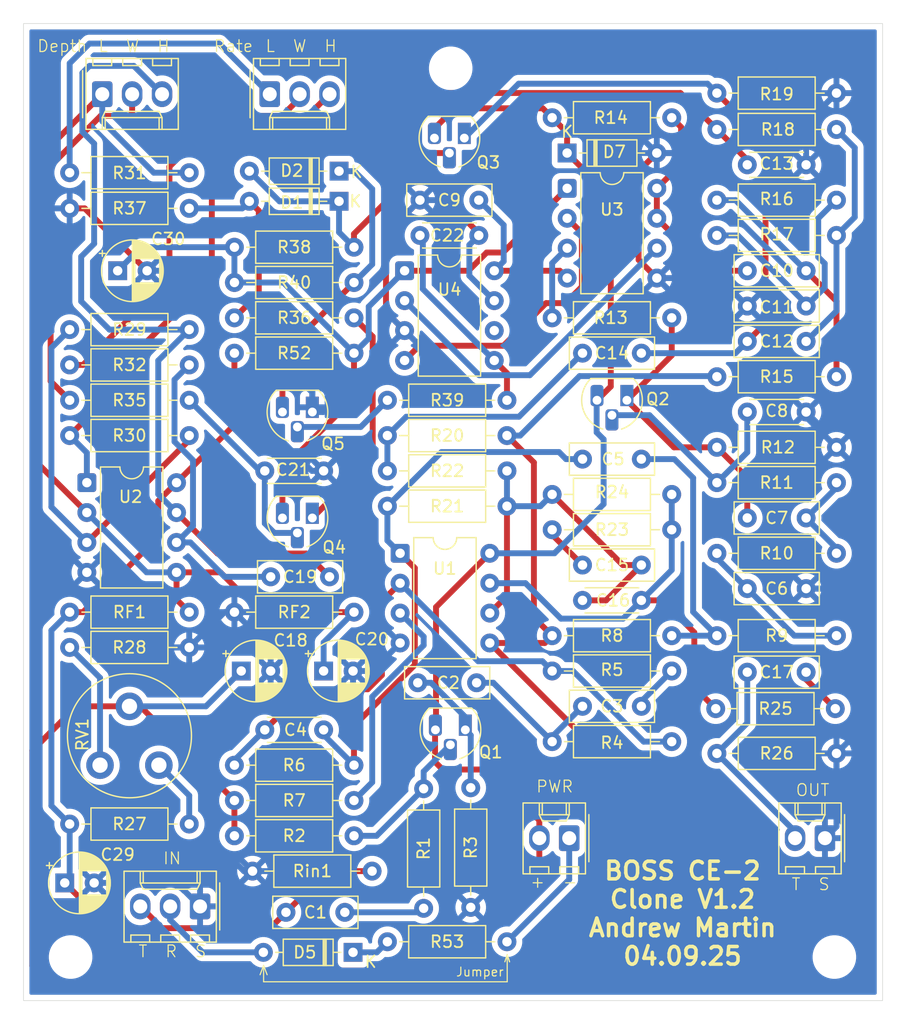
<source format=kicad_pcb>
(kicad_pcb (version 20241229) (generator "pcbnew") (generator_version "9.0")
  (title_block (title "Boss CE-2 Clone with anti-tic mod") (date "2025-09-04") (rev "V1.2") (company "Andrew Martin, 06/2024 - 09/2025") (comment 1 "V1.1 Fixed inputs to U1A and U1B; added Rin") (comment 2 "V1.2 New layout"))
  (layers (0 "F.Cu" signal) (2 "B.Cu" signal) (13 "F.Paste" user) (15 "B.Paste" user) (5 "F.SilkS" user "F.Silkscreen") (7 "B.SilkS" user "B.Silkscreen") (1 "F.Mask" user) (3 "B.Mask" user) (25 "Edge.Cuts" user))
  (net 0 "")
  (net 1 "Net-(J1-Pin_3)")
  (net 2 "Net-(C1-Pad2)")
  (net 3 "Net-(Q1-E)")
  (net 4 "Net-(C2-Pad2)")
  (net 5 "Net-(C3-Pad2)")
  (net 6 "Net-(U1A--)")
  (net 7 "Net-(C4-Pad2)")
  (net 8 "Net-(C5-Pad2)")
  (net 9 "Net-(C6-Pad2)")
  (net 10 "GND")
  (net 11 "Net-(Q2-E)")
  (net 12 "Net-(C7-Pad2)")
  (net 13 "Net-(Q2-B)")
  (net 14 "Net-(U3-VGG)")
  (net 15 "Net-(C10-Pad1)")
  (net 16 "Net-(U3-OUT1)")
  (net 17 "Net-(C11-Pad1)")
  (net 18 "Net-(Q3-E)")
  (net 19 "Net-(C12-Pad1)")
  (net 20 "Net-(Q3-B)")
  (net 21 "Net-(C14-Pad2)")
  (net 22 "Net-(C15-Pad2)")
  (net 23 "Net-(U1B--)")
  (net 24 "Net-(C16-Pad2)")
  (net 25 "Net-(J2-Pin_2)")
  (net 26 "Net-(C17-Pad1)")
  (net 27 "+4.5V")
  (net 28 "Net-(U2B--)")
  (net 29 "Net-(J5-Pin_3)")
  (net 30 "Net-(J5-Pin_1)")
  (net 31 "Net-(Q4-B)")
  (net 32 "Net-(U4-OX3)")
  (net 33 "Net-(D1-K)")
  (net 34 "+9V")
  (net 35 "+9VA")
  (net 36 "Net-(D1-A)")
  (net 37 "Net-(D2-K)")
  (net 38 "Net-(D5-K)")
  (net 39 "Net-(D5-A)")
  (net 40 "Net-(J3-Pin_1)")
  (net 41 "Net-(J4-Pin_3)")
  (net 42 "Net-(J4-Pin_2)")
  (net 43 "Net-(J4-Pin_1)")
  (net 44 "Net-(J5-Pin_2)")
  (net 45 "Net-(Q1-B)")
  (net 46 "Net-(Q4-E)")
  (net 47 "Net-(Q5-B)")
  (net 48 "Net-(U1A-+)")
  (net 49 "Net-(U3-IN)")
  (net 50 "Net-(R27-Pad2)")
  (net 51 "Net-(R28-Pad1)")
  (net 52 "Net-(U2A-+)")
  (net 53 "Net-(U3-CP1)")
  (net 54 "Net-(U3-CP2)")
  (footprint "Capacitor_THT:CP_Radial_D5.0mm_P2.50mm" (layer "F.Cu") (at 68.5 105)
    (property "Reference" "C18")
    (property "Value" "47u/6.3V")
  )
  (footprint "Resistor_THT:R_Axial_DIN0207_L6.3mm_D2.5mm_P10.16mm_Horizontal" (layer "F.Cu") (at 105.08 102 180)
    (property "Reference" "R8")
    (property "Value" "100K")
  )
  (footprint "Package_DIP:DIP-8_W7.62mm" (layer "F.Cu") (at 82 95)
    (property "Reference" "U1")
    (property "Value" "RC4558")
  )
  (footprint "Resistor_THT:R_Axial_DIN0207_L6.3mm_D2.5mm_P10.16mm_Horizontal" (layer "F.Cu") (at 67.92 78)
    (property "Reference" "R52")
    (property "Value" "33R")
  )
  (footprint "Capacitor_THT:C_Rect_L7.0mm_W2.5mm_P5.00mm" (layer "F.Cu") (at 116.5 74 180)
    (property "Reference" "C11")
    (property "Value" "3n3")
  )
  (footprint "Capacitor_THT:C_Disc_D4.3mm_W1.9mm_P5.00mm" (layer "F.Cu") (at 70.5 110)
    (property "Reference" "C4")
    (property "Value" "100p")
  )
  (footprint "Capacitor_THT:C_Rect_L7.0mm_W2.5mm_P5.00mm" (layer "F.Cu") (at 97.5 87)
    (property "Reference" "C5")
    (property "Value" "33n")
  )
  (footprint "Resistor_THT:R_Axial_DIN0207_L6.3mm_D2.5mm_P10.16mm_Horizontal" (layer "F.Cu") (at 84 125.16 90)
    (property "Reference" "R1")
    (property "Value" "1K")
  )
  (footprint "Package_TO_SOT_THT:TO-92L_HandSolder" (layer "F.Cu") (at 74.54 92 180)
    (property "Reference" "Q4")
    (property "Value" "2N5088")
  )
  (footprint "Diode_THT:D_DO-35_SOD27_P7.62mm_Horizontal" (layer "F.Cu") (at 96.19 61)
    (property "Reference" "D7")
    (property "Value" "11V,0.5W")
  )
  (footprint "Resistor_THT:R_Axial_DIN0207_L6.3mm_D2.5mm_P10.16mm_Horizontal" (layer "F.Cu") (at 108.92 68)
    (property "Reference" "R17")
    (property "Value" "10K")
  )
  (footprint "Package_TO_SOT_THT:TO-92L_HandSolder" (layer "F.Cu") (at 87.455 59.73 180)
    (property "Reference" "Q3")
    (property "Value" "2N5088")
  )
  (footprint "Resistor_THT:R_Axial_DIN0207_L6.3mm_D2.5mm_P10.16mm_Horizontal" (layer "F.Cu") (at 67.92 69)
    (property "Reference" "R38")
    (property "Value" "150K")
  )
  (footprint "Resistor_THT:R_Axial_DIN0207_L6.3mm_D2.5mm_P10.16mm_Horizontal" (layer "F.Cu") (at 78.08 113 180)
    (property "Reference" "R6")
    (property "Value" "47K")
  )
  (footprint "Capacitor_THT:C_Rect_L7.0mm_W2.5mm_P5.00mm" (layer "F.Cu") (at 83.685 65)
    (property "Reference" "C9")
    (property "Value" "1u")
  )
  (footprint "Capacitor_THT:C_Rect_L7.0mm_W2.5mm_P5.00mm" (layer "F.Cu") (at 116.5 105.1 180)
    (property "Reference" "C17")
    (property "Value" "1u")
  )
  (footprint "Diode_THT:D_DO-35_SOD27_P7.62mm_Horizontal" (layer "F.Cu") (at 76.81 62.54 180)
    (property "Reference" "D2")
    (property "Value" "1N4148")
  )
  (footprint "Resistor_THT:R_Axial_DIN0207_L6.3mm_D2.5mm_P10.16mm_Horizontal" (layer "F.Cu") (at 80.92 128)
    (property "Reference" "R53")
    (property "Value" "100R")
  )
  (footprint "Resistor_THT:R_Axial_DIN0207_L6.3mm_D2.5mm_P10.16mm_Horizontal" (layer "F.Cu") (at 94.92 93)
    (property "Reference" "R23")
    (property "Value" "10K")
  )
  (footprint "Resistor_THT:R_Axial_DIN0207_L6.3mm_D2.5mm_P10.16mm_Horizontal" (layer "F.Cu") (at 105.08 75 180)
    (property "Reference" "R13")
    (property "Value" "4K7")
  )
  (footprint "Resistor_THT:R_Axial_DIN0207_L6.3mm_D2.5mm_P10.16mm_Horizontal" (layer "F.Cu") (at 53.92 79)
    (property "Reference" "R32")
    (property "Value" "1M")
  )
  (footprint "Capacitor_THT:CP_Radial_D5.0mm_P2.50mm" (layer "F.Cu") (at 53.5 123)
    (property "Reference" "C29")
    (property "Value" "100u/16V")
  )
  (footprint "Resistor_THT:R_Axial_DIN0207_L6.3mm_D2.5mm_P10.16mm_Horizontal" (layer "F.Cu") (at 78.08 116 180)
    (property "Reference" "R7")
    (property "Value" "10K")
  )
  (footprint "Resistor_THT:R_Axial_DIN0207_L6.3mm_D2.5mm_P10.16mm_Horizontal" (layer "F.Cu") (at 108.92 95)
    (property "Reference" "R10")
    (property "Value" "10K")
  )
  (footprint "Connector_Molex:Molex_KK-254_AE-6410-02A_1x02_P2.54mm_Vertical" (layer "F.Cu") (at 96.37 119.2 180)
    (property "Reference" "J3" (hide yes))
    (property "Value" "KK254/2" (hide yes))
  )
  (footprint "Resistor_THT:R_Axial_DIN0207_L6.3mm_D2.5mm_P10.16mm_Horizontal" (layer "F.Cu") (at 67.92 72)
    (property "Reference" "R40")
    (property "Value" "2K7")
  )
  (footprint "Resistor_THT:R_Axial_DIN0207_L6.3mm_D2.5mm_P10.16mm_Horizontal" (layer "F.Cu") (at 53.92 118)
    (property "Reference" "R27")
    (property "Value" "4K7")
  )
  (footprint "Resistor_THT:R_Axial_DIN0207_L6.3mm_D2.5mm_P10.16mm_Horizontal" (layer "F.Cu") (at 108.92 112)
    (property "Reference" "R26")
    (property "Value" "100K")
  )
  (footprint "Capacitor_THT:C_Disc_D4.3mm_W1.9mm_P5.00mm" (layer "F.Cu") (at 88.685 68 180)
    (property "Reference" "C22")
    (property "Value" "47p")
  )
  (footprint "Capacitor_THT:CP_Radial_D5.0mm_P2.50mm" (layer "F.Cu") (at 75.5 105)
    (property "Reference" "C20")
    (property "Value" "47u/6.3V")
  )
  (footprint "Resistor_THT:R_Axial_DIN0207_L6.3mm_D2.5mm_P10.16mm_Horizontal" (layer "F.Cu") (at 108.82 108.2)
    (property "Reference" "R25")
    (property "Value" "470R")
  )
  (footprint "Resistor_THT:R_Axial_DIN0207_L6.3mm_D2.5mm_P10.16mm_Horizontal" (layer "F.Cu") (at 80.92 88)
    (property "Reference" "R22")
    (property "Value" "47K")
  )
  (footprint "Resistor_THT:R_Axial_DIN0207_L6.3mm_D2.5mm_P10.16mm_Horizontal" (layer "F.Cu") (at 91.08 82 180)
    (property "Reference" "R39")
    (property "Value" "33K")
  )
  (footprint "Resistor_THT:R_Axial_DIN0207_L6.3mm_D2.5mm_P10.16mm_Horizontal" (layer "F.Cu") (at 80.92 85)
    (property "Reference" "R20")
    (property "Value" "1M")
  )
  (footprint "Diode_THT:D_DO-35_SOD27_P7.62mm_Horizontal" (layer "F.Cu") (at 78 128.9 180)
    (property "Reference" "D5")
    (property "Value" "1N4148")
  )
  (footprint "Connector_Molex:Molex_KK-254_AE-6410-02A_1x02_P2.54mm_Vertical" (layer "F.Cu") (at 118.1 119.2 180)
    (property "Reference" "J2" (hide yes))
    (property "Value" "KK254/2")
  )
  (footprint "Package_DIP:DIP-8_W7.62mm" (layer "F.Cu") (at 82.38 71)
    (property "Reference" "U4")
    (property "Value" "MN3101")
  )
  (footprint "Diode_THT:D_DO-35_SOD27_P7.62mm_Horizontal" (layer "F.Cu") (at 76.81 65.1 180)
    (property "Reference" "D1")
    (property "Value" "1N4148")
  )
  (footprint "Capacitor_THT:C_Rect_L7.0mm_W2.5mm_P5.00mm" (layer "F.Cu") (at 102.5 78 180)
    (property "Reference" "C14")
    (property "Value" "33n")
  )
  (footprint "Capacitor_THT:C_Rect_L7.0mm_W2.5mm_P5.00mm" (layer "F.Cu") (at 116.5 77 180)
    (property "Reference" "C12")
    (property "Value" "8n2")
  )
  (footprint "Package_DIP:DIP-8_W7.62mm" (layer "F.Cu") (at 55.38 89)
    (property "Reference" "U2")
    (property "Value" "TL022")
  )
  (footprint "Resistor_THT:R_Axial_DIN0207_L6.3mm_D2.5mm_P10.16mm_Horizontal" (layer "F.Cu") (at 64.08 65.7 180)
    (property "Reference" "R37")
    (property "Value" "4K7")
  )
  (footprint "MountingHole:MountingHole_3.2mm_M3" (layer "F.Cu") (at 54 129.3)
    (property "Reference" "REF**" (hide yes))
    (property "Value" "MountingHole_3.2mm_M3" (hide yes))
  )
  (footprint "Capacitor_THT:C_Rect_L7.0mm_W2.5mm_P5.00mm" (layer "F.Cu") (at 97.5 108)
    (property "Reference" "C3")
    (property "Value" "6n8")
  )
  (footprint "Resistor_THT:R_Axial_DIN0207_L6.3mm_D2.5mm_P10.16mm_Horizontal" (layer "F.Cu") (at 64.08 85 180)
    (property "Reference" "R30")
    (property "Value" "47K")
  )
  (footprint "Capacitor_THT:C_Rect_L7.0mm_W2.5mm_P5.00mm" (layer "F.Cu") (at 83.5 106)
    (property "Reference" "C2")
    (property "Value" "470n")
  )
  (footprint "Capacitor_THT:CP_Radial_D5.0mm_P2.50mm" (layer "F.Cu") (at 58 71)
    (property "Reference" "C30")
    (property "Value" "220u/10V")
  )
  (footprint "Potentiometer_THT:Potentiometer_Piher_PT-10-V05_Vertical" (layer "F.Cu") (at 61.5 113 90)
    (property "Reference" "RV1")
    (property "Value" "10K")
  )
  (footprint "Package_TO_SOT_THT:TO-92L_HandSolder" (layer "F.Cu") (at 87.54 110 180)
    (property "Reference" "Q1")
    (property "Value" "2N5088")
  )
  (footprint "Package_TO_SOT_THT:TO-92L_HandSolder" (layer "F.Cu") (at 101.27 82 180)
    (property "Reference" "Q2")
    (property "Value" "2N5088")
  )
  (footprint "Package_TO_SOT_THT:TO-92L_HandSolder" (layer "F.Cu") (at 74.54 83 180)
    (property "Reference" "Q5")
    (property "Value" "2N5088")
  )
  (footprint "Capacitor_THT:C_Rect_L7.0mm_W2.5mm_P5.00mm" (layer "F.Cu") (at 102.5 96 180)
    (property "Reference" "C15")
    (property "Value" "6n8")
  )
  (footprint "Capacitor_THT:C_Disc_D4.3mm_W1.9mm_P5.00mm" (layer "F.Cu") (at 116.5 83 180)
    (property "Reference" "C8")
    (property "Value" "470p")
  )
  (footprint "Resistor_THT:R_Axial_DIN0207_L6.3mm_D2.5mm_P10.16mm_Horizontal" (layer "F.Cu") (at 53.92 62.67)
    (property "Reference" "R31")
    (property "Value" "10K")
  )
  (footprint "Resistor_THT:R_Axial_DIN0207_L6.3mm_D2.5mm_P10.16mm_Horizontal" (layer "F.Cu") (at 108.92 102)
    (property "Reference" "R9")
    (property "Value" "10K")
  )
  (footprint "Connector_Molex:Molex_KK-254_AE-6410-03A_1x03_P2.54mm_Vertical" (layer "F.Cu") (at 56.69 56)
    (property "Reference" "J5" (hide yes))
    (property "Value" "KK254/3")
  )
  (footprint "Capacitor_THT:C_Rect_L7.0mm_W2.5mm_P5.00mm" (layer "F.Cu") (at 111.5 92)
    (property "Reference" "C7")
    (property "Value" "8n2")
  )
  (footprint "Capacitor_THT:C_Disc_D4.3mm_W1.9mm_P5.00mm" (layer "F.Cu") (at 70.5 88)
    (property "Reference" "C21")
    (property "Value" "10n")
  )
  (footprint "Resistor_THT:R_Axial_DIN0207_L6.3mm_D2.5mm_P10.16mm_Horizontal" (layer "F.Cu") (at 53.92 76)
    (property "Reference" "R29")
    (property "Value" "33K")
  )
  (footprint "Capacitor_THT:C_Rect_L7.0mm_W2.5mm_P5.00mm" (layer "F.Cu") (at 72.3 125.5)
    (property "Reference" "C1")
    (property "Value" "47n")
  )
  (footprint "Resistor_THT:R_Axial_DIN0207_L6.3mm_D2.5mm_P10.16mm_Horizontal" (layer "F.Cu") (at 53.92 100)
    (property "Reference" "RF1")
    (property "Value" "10K")
  )
  (footprint "Resistor_THT:R_Axial_DIN0207_L6.3mm_D2.5mm_P10.16mm_Horizontal" (layer "F.Cu") (at 108.92 65)
    (property "Reference" "R16")
    (property "Value" "10K")
  )
  (footprint "Resistor_THT:R_Axial_DIN0207_L6.3mm_D2.5mm_P10.16mm_Horizontal" (layer "F.Cu") (at 119.08 59 180)
    (property "Reference" "R18")
    (property "Value" "10K")
  )
  (footprint "Resistor_THT:R_Axial_DIN0207_L6.3mm_D2.5mm_P10.16mm_Horizontal" (layer "F.Cu") (at 119.08 89 180)
    (property "Reference" "R11")
    (property "Value" "10K")
  )
  (footprint "Connector_Molex:Molex_KK-254_AE-6410-03A_1x03_P2.54mm_Vertical" (layer "F.Cu") (at 65 125 180)
    (property "Reference" "J1" (hide yes))
    (property "Value" "KK254/3")
  )
  (footprint "Capacitor_THT:C_Rect_L7.0mm_W2.5mm_P5.00mm" (layer "F.Cu") (at 116.5 98 180)
    (property "Reference" "C6")
    (property "Value" "3n3")
  )
  (footprint "Resistor_THT:R_Axial_DIN0207_L6.3mm_D2.5mm_P10.16mm_Horizontal" (layer "F.Cu") (at 53.92 103)
    (property "Reference" "R28")
    (property "Value" "4K7")
  )
  (footprint "Resistor_THT:R_Axial_DIN0207_L6.3mm_D2.5mm_P10.16mm_Horizontal" (layer "F.Cu") (at 80.92 91)
    (property "Reference" "R21")
    (property "Value" "47K")
  )
  (footprint "Resistor_THT:R_Axial_DIN0207_L6.3mm_D2.5mm_P10.16mm_Horizontal" (layer "F.Cu") (at 88 125.08 90)
    (property "Reference" "R3")
    (property "Value" "10K")
  )
  (footprint "Resistor_THT:R_Axial_DIN0207_L6.3mm_D2.5mm_P10.16mm_Horizontal" (layer "F.Cu") (at 94.92 105)
    (property "Reference" "R5")
    (property "Value" "10K")
  )
  (footprint "Resistor_THT:R_Axial_DIN0207_L6.3mm_D2.5mm_P10.16mm_Horizontal" (layer "F.Cu") (at 119.08 86 180)
    (property "Reference" "R12")
    (property "Value" "10K")
  )
  (footprint "Resistor_THT:R_Axial_DIN0207_L6.3mm_D2.5mm_P10.16mm_Horizontal" (layer "F.Cu") (at 94.92 58)
    (property "Reference" "R14")
    (property "Value" "56K")
  )
  (footprint "Capacitor_THT:C_Disc_D4.3mm_W1.9mm_P5.00mm" (layer "F.Cu") (at 97.5 99)
    (property "Reference" "C16")
    (property "Value" "100p")
  )
  (footprint "Resistor_THT:R_Axial_DIN0207_L6.3mm_D2.5mm_P10.16mm_Horizontal" (layer "F.Cu") (at 78.08 119 180)
    (property "Reference" "R2")
    (property "Value" "470K")
  )
  (footprint "Capacitor_THT:C_Rect_L7.0mm_W2.5mm_P5.00mm" (layer "F.Cu") (at 71 97)
    (property "Reference" "C19")
    (property "Value" "100n")
  )
  (footprint "Resistor_THT:R_Axial_DIN0207_L6.3mm_D2.5mm_P10.16mm_Horizontal" (layer "F.Cu") (at 108.92 55.91)
    (property "Reference" "R19")
    (property "Value" "10K")
  )
  (footprint "MountingHole:MountingHole_3.2mm_M3" (layer "F.Cu") (at 86.3 53.8)
    (property "Reference" "REF**" (hide yes))
    (property "Value" "MountingHole_3.2mm_M3" (hide yes))
  )
  (footprint "Connector_Molex:Molex_KK-254_AE-6410-03A_1x03_P2.54mm_Vertical" (layer "F.Cu") (at 70.92 56)
    (property "Reference" "J4" (hide yes))
    (property "Value" "KK254/3")
  )
  (footprint "Resistor_THT:R_Axial_DIN0207_L6.3mm_D2.5mm_P10.16mm_Horizontal" (layer "F.Cu") (at 53.92 82)
    (property "Reference" "R35")
    (property "Value" "220K")
  )
  (footprint "Resistor_THT:R_Axial_DIN0207_L6.3mm_D2.5mm_P10.16mm_Horizontal" (layer "F.Cu") (at 78.08 75 180)
    (property "Reference" "R36")
    (property "Value" "4K7")
  )
  (footprint "Capacitor_THT:C_Rect_L7.0mm_W2.5mm_P5.00mm" (layer "F.Cu") (at 116.5 71 180)
    (property "Reference" "C10")
    (property "Value" "33n")
  )
  (footprint "Resistor_THT:R_Axial_DIN0207_L6.3mm_D2.5mm_P10.16mm_Horizontal" (layer "F.Cu") (at 69.46 122)
    (property "Reference" "Rin1")
    (property "Value" "1M")
  )
  (footprint "Package_DIP:DIP-8_W7.62mm" (layer "F.Cu") (at 96.195 64)
    (property "Reference" "U3")
    (property "Value" "MN3007")
  )
  (footprint "Capacitor_THT:C_Disc_D4.3mm_W1.9mm_P5.00mm" (layer "F.Cu") (at 111.5 62)
    (property "Reference" "C13")
    (property "Value" "470p")
  )
  (footprint "Resistor_THT:R_Axial_DIN0207_L6.3mm_D2.5mm_P10.16mm_Horizontal" (layer "F.Cu") (at 105.08 111 180)
    (property "Reference" "R4")
    (property "Value" "47K")
  )
  (footprint "Resistor_THT:R_Axial_DIN0207_L6.3mm_D2.5mm_P10.16mm_Horizontal" (layer "F.Cu") (at 94.92 90)
    (property "Reference" "R24")
    (property "Value" "47K")
  )
  (footprint "Resistor_THT:R_Axial_DIN0207_L6.3mm_D2.5mm_P10.16mm_Horizontal" (layer "F.Cu") (at 119.08 80 180)
    (property "Reference" "R15")
    (property "Value" "330K")
  )
  (footprint "MountingHole:MountingHole_3.2mm_M3" (layer "F.Cu") (at 118.9 129.3)
    (property "Reference" "REF**" (hide yes))
    (property "Value" "MountingHole_3.2mm_M3" (hide yes))
  )
  (footprint "Resistor_THT:R_Axial_DIN0207_L6.3mm_D2.5mm_P10.16mm_Horizontal" (layer "F.Cu") (at 78.08 100 180)
    (property "Reference" "RF2")
    (property "Value" "10K")
  )
  (gr_line (start 70.4 130.02) (end 70.4 131.4) (stroke (width 0.1)) (layer "F.SilkS"))
  (gr_line (start 70.4 130.02) (end 70.1 130.8) (stroke (width 0.1)) (layer "F.SilkS"))
  (gr_line (start 70.4 130.02) (end 70.7 130.8) (stroke (width 0.1)) (layer "F.SilkS"))
  (gr_line (start 91.3 129.7) (end 91.1 129.1) (stroke (width 0.1)) (layer "F.SilkS"))
  (gr_line (start 70.4 131.4) (end 91.1 131.4) (stroke (width 0.1)) (layer "F.SilkS"))
  (gr_line (start 91.1 131.4) (end 91.1 129.1) (stroke (width 0.1)) (layer "F.SilkS"))
  (gr_line (start 91.1 129.1) (end 91.3 129.7) (stroke (width 0.1)) (layer "F.SilkS"))
  (gr_line (start 91.1 129.1) (end 90.9 129.7) (stroke (width 0.1)) (layer "F.SilkS"))
  (gr_rect (start 50 50) (end 123 133) (stroke (width 0.05)) (fill no) (layer "Edge.Cuts"))
  (gr_text "L  W  H" (at 70.5 52.5 0) (layer "F.SilkS") (effects (font (size 1 1) (thickness 0.1)) (justify left bottom)))
  (gr_text "Jumper" (at 86.7 131 0) (layer "F.SilkS") (effects (font (size 0.75 0.75) (thickness 0.1)) (justify left bottom)))
  (gr_text "Rate" (at 66.1 52.5 0) (layer "F.SilkS") (effects (font (size 1 1) (thickness 0.1)) (justify left bottom)))
  (gr_text "Depth" (at 51.1 52.5 0) (layer "F.SilkS") (effects (font (size 1 1) (thickness 0.1)) (justify left bottom)))
  (gr_text "T  R  S" (at 59.7 129.4 0) (layer "F.SilkS") (effects (font (size 1 1) (thickness 0.1)) (justify left bottom)))
  (gr_text "OUT" (at 115.56 115.7 0) (layer "F.SilkS") (effects (font (size 1 1) (thickness 0.1)) (justify left bottom)))
  (gr_text "+  -" (at 93 123.5 0) (layer "F.SilkS") (effects (font (size 1 1) (thickness 0.1)) (justify left bottom)))
  (gr_text "PWR" (at 93.5 115.4 0) (layer "F.SilkS") (effects (font (size 1 1) (thickness 0.1)) (justify left bottom)))
  (gr_text "L  W  H" (at 56.3 52.5 0) (layer "F.SilkS") (effects (font (size 1 1) (thickness 0.1)) (justify left bottom)))
  (gr_text "T  S" (at 115.2 123.7 0) (layer "F.SilkS") (effects (font (size 1 1) (thickness 0.1)) (justify left bottom)))
  (gr_text "BOSS CE-2\nClone V1.2\nAndrew Martin\n04.09.25" (at 106 130.1 0) (layer "F.SilkS") (effects (font (size 1.5 1.5) (thickness 0.3) (bold yes)) (justify bottom)))
  (gr_text "IN" (at 61.8 121.5 0) (layer "F.SilkS") (effects (font (size 1 1) (thickness 0.1)) (justify left bottom)))
  (segment (start 70.954 126.846) (end 72.3 125.5) (width 0.5) (layer "F.Cu") (net 1))
  (segment (start 72.3 125.5) (end 75.8 122) (width 0.5) (layer "F.Cu") (net 1))
  (segment (start 59.92 125) (end 61.766 126.846) (width 0.5) (layer "F.Cu") (net 1))
  (segment (start 75.8 122) (end 79.62 122) (width 0.5) (layer "F.Cu") (net 1))
  (segment (start 61.766 126.846) (end 70.954 126.846) (width 0.5) (layer "F.Cu") (net 1))
  (segment (start 77.3 125.5) (end 83.66 125.5) (width 0.5) (layer "B.Cu") (net 2))
  (segment (start 83.66 125.5) (end 84 125.16) (width 0.5) (layer "B.Cu") (net 2))
  (segment (start 87.54 108.90863) (end 84.63137 106) (width 0.5) (layer "B.Cu") (net 3))
  (segment (start 87.54 110) (end 88 110.46) (width 0.5) (layer "B.Cu") (net 3))
  (segment (start 88 110.46) (end 88 114.92) (width 0.5) (layer "B.Cu") (net 3))
  (segment (start 84.63137 106) (end 83.5 106) (width 0.5) (layer "B.Cu") (net 3))
  (segment (start 87.54 110) (end 87.54 108.90863) (width 0.5) (layer "B.Cu") (net 3))
  (segment (start 94.92 111) (end 94.92 110.58) (width 0.5) (layer "B.Cu") (net 4))
  (segment (start 94.92 110.58) (end 97.5 108) (width 0.5) (layer "B.Cu") (net 4))
  (segment (start 88.5 106) (end 89.92 106) (width 0.5) (layer "B.Cu") (net 4))
  (segment (start 89.92 106) (end 94.92 111) (width 0.5) (layer "B.Cu") (net 4))
  (segment (start 102.5 108) (end 102.5 107.58) (width 0.5) (layer "B.Cu") (net 5))
  (segment (start 102.5 107.58) (end 105.08 105) (width 0.5) (layer "B.Cu") (net 5))
  (segment (start 80.449 105.351) (end 80.449 99.091) (width 0.5) (layer "F.Cu") (net 6))
  (segment (start 70.5 110) (end 73.949 106.551) (width 0.5) (layer "F.Cu") (net 6))
  (segment (start 73.949 106.551) (end 79.249 106.551) (width 0.5) (layer "F.Cu") (net 6))
  (segment (start 79.249 106.551) (end 80.449 105.351) (width 0.5) (layer "F.Cu") (net 6))
  (segment (start 80.449 99.091) (end 82 97.54) (width 0.5) (layer "F.Cu") (net 6))
  (segment (start 67.92 113) (end 67.92 112.58) (width 0.5) (layer "B.Cu") (net 6))
  (segment (start 94.091 104.171) (end 94.92 105) (width 0.5) (layer "B.Cu") (net 6))
  (segment (start 88.631 104.171) (end 94.091 104.171) (width 0.5) (layer "B.Cu") (net 6))
  (segment (start 67.92 112.58) (end 70.5 110) (width 0.5) (layer "B.Cu") (net 6))
  (segment (start 82 97.54) (end 88.631 104.171) (width 0.5) (layer "B.Cu") (net 6))
  (segment (start 105.08 111) (end 102.693446 111) (width 0.5) (layer "B.Cu") (net 6))
  (segment (start 102.693446 111) (end 96.693446 105) (width 0.5) (layer "B.Cu") (net 6))
  (segment (start 96.693446 105) (end 94.92 105) (width 0.5) (layer "B.Cu") (net 6))
  (segment (start 82 95) (end 83.251 96.251) (width 0.5) (layer "F.Cu") (net 7))
  (segment (start 83.251 104.479818) (end 78.08 109.650818) (width 0.5) (layer "F.Cu") (net 7))
  (segment (start 83.251 96.251) (end 83.251 104.479818) (width 0.5) (layer "F.Cu") (net 7))
  (segment (start 78.08 109.650818) (end 78.08 113) (width 0.5) (layer "F.Cu") (net 7))
  (segment (start 85.52 86.4) (end 95.5 86.4) (width 0.5) (layer "B.Cu") (net 7))
  (segment (start 96.1 87) (end 97.5 87) (width 0.5) (layer "B.Cu") (net 7))
  (segment (start 80.92 93.92) (end 82 95) (width 0.5) (layer "B.Cu") (net 7))
  (segment (start 80.92 91) (end 80.92 93.92) (width 0.5) (layer "B.Cu") (net 7))
  (segment (start 75.5 110) (end 75.5 110.42) (width 0.5) (layer "B.Cu") (net 7))
  (segment (start 75.5 110.42) (end 78.08 113) (width 0.5) (layer "B.Cu") (net 7))
  (segment (start 80.92 91) (end 85.52 86.4) (width 0.5) (layer "B.Cu") (net 7))
  (segment (start 95.5 86.4) (end 96.1 87) (width 0.5) (layer "B.Cu") (net 7))
  (segment (start 106.9 88.6) (end 106.9 99.98) (width 0.5) (layer "B.Cu") (net 8))
  (segment (start 105.08 102) (end 108.92 102) (width 0.5) (layer "B.Cu") (net 8))
  (segment (start 102.5 87) (end 105.3 87) (width 0.5) (layer "B.Cu") (net 8))
  (segment (start 106.9 99.98) (end 108.92 102) (width 0.5) (layer "B.Cu") (net 8))
  (segment (start 105.3 87) (end 106.9 88.6) (width 0.5) (layer "B.Cu") (net 8))
  (segment (start 108.92 95) (end 108.92 95.42) (width 0.5) (layer "B.Cu") (net 9))
  (segment (start 115.5 102) (end 119.08 102) (width 0.5) (layer "B.Cu") (net 9))
  (segment (start 108.92 95.42) (end 111.5 98) (width 0.5) (layer "B.Cu") (net 9))
  (segment (start 111.5 98) (end 115.5 102) (width 0.5) (layer "B.Cu") (net 9))
  (segment (start 55.2 65.7) (end 53.92 65.7) (width 0.5) (layer "F.Cu") (net 10))
  (segment (start 60.5 71) (end 55.2 65.7) (width 0.5) (layer "F.Cu") (net 10))
  (segment (start 83.685 65) (end 80.8 67.885) (width 0.5) (layer "F.Cu") (net 10))
  (segment (start 102.264 70.069) (end 103.815 71.62) (width 0.5) (layer "F.Cu") (net 10))
  (segment (start 102.264 62.546) (end 102.264 70.069) (width 0.5) (layer "F.Cu") (net 10))
  (segment (start 80.8 74.5) (end 82.38 76.08) (width 0.5) (layer "F.Cu") (net 10))
  (segment (start 80.8 67.885) (end 80.8 74.5) (width 0.5) (layer "F.Cu") (net 10))
  (segment (start 103.81 61) (end 102.264 62.546) (width 0.5) (layer "F.Cu") (net 10))
  (segment (start 63.2 71) (end 66.369 74.169) (width 0.5) (layer "B.Cu") (net 10))
  (segment (start 68.675554 80.949) (end 74.149 80.949) (width 0.5) (layer "B.Cu") (net 10))
  (segment (start 60.5 71) (end 63.2 71) (width 0.5) (layer "B.Cu") (net 10))
  (segment (start 61.76 103) (end 55.38 96.62) (width 0.5) (layer "B.Cu") (net 10))
  (segment (start 71 106.13137) (end 71 105) (width 0.5) (layer "B.Cu") (net 10))
  (segment (start 77.5 98.3) (end 77.551 98.249) (width 0.5) (layer "B.Cu") (net 10))
  (segment (start 77.849 106.551) (end 78 106.4) (width 0.5) (layer "B.Cu") (net 10))
  (segment (start 94.277554 56.449) (end 99.259 56.449) (width 0.5) (layer "B.Cu") (net 10))
  (segment (start 77.426554 122) (end 78.977554 120.449) (width 0.5) (layer "B.Cu") (net 10))
  (segment (start 113.051 79.551) (end 116.5 83) (width 0.5) (layer "B.Cu") (net 10))
  (segment (start 68.726554 122) (end 66 119.273446) (width 0.5) (layer "B.Cu") (net 10))
  (segment (start 99.259 56.449) (end 103.81 61) (width 0.5) (layer "B.Cu") (net 10))
  (segment (start 72.551 106.551) (end 77.849 106.551) (width 0.5) (layer "B.Cu") (net 10))
  (segment (start 116.5 83.42) (end 119.08 86) (width 0.5) (layer "B.Cu") (net 10))
  (segment (start 110.306554 61) (end 110.857554 60.449) (width 0.5) (layer "B.Cu") (net 10))
  (segment (start 119.08 112) (end 119.08 118.22) (width 0.5) (layer "B.Cu") (net 10))
  (segment (start 67.08 100) (end 64.08 103) (width 0.5) (layer "B.Cu") (net 10))
  (segment (start 116.5 83) (end 116.5 83.42) (width 0.5) (layer "B.Cu") (net 10))
  (segment (start 109.12 71.62) (end 111.5 74) (width 0.5) (layer "B.Cu") (net 10))
  (segment (start 74.149 80.949) (end 74.54 81.34) (width 0.5) (layer "B.Cu") (net 10))
  (segment (start 71 105) (end 72.551 106.551) (width 0.5) (layer "B.Cu") (net 10))
  (segment (start 103.81 61) (end 110.306554 61) (width 0.5) (layer "B.Cu") (net 10))
  (segment (start 67.92 100) (end 67.08 100) (width 0.5) (layer "B.Cu") (net 10))
  (segment (start 74.54 81.34) (end 74.54 83) (width 0.5) (layer "B.Cu") (net 10))
  (segment (start 68.675554 82.175554) (end 68.675554 80.949) (width 0.5) (layer "B.Cu") (net 10))
  (segment (start 69.46 122) (end 77.426554 122) (width 0.5) (layer "B.Cu") (net 10))
  (segment (start 66.369 74.169) (end 66.369 78.642446) (width 0.5) (layer "B.Cu") (net 10))
  (segment (start 114.949 60.449) (end 116.5 62) (width 0.5) (layer "B.Cu") (net 10))
  (segment (start 110.857554 60.449) (end 114.949 60.449) (width 0.5) (layer "B.Cu") (net 10))
  (segment (start 118.273446 98) (end 116.5 98) (width 0.5) (layer "B.Cu") (net 10))
  (segment (start 64.08 103) (end 61.76 103) (width 0.5) (layer "B.Cu") (net 10))
  (segment (start 65 125) (end 66.46 125) (width 0.5) (layer "B.Cu") (net 10))
  (segment (start 121.2 109.88) (end 119.08 112) (width 0.5) (layer "B.Cu") (net 10))
  (segment (start 119.08 118.22) (end 118.1 119.2) (width 0.5) (layer "B.Cu") (net 10))
  (segment (start 83.685 65) (end 85.726554 65) (width 0.5) (layer "B.Cu") (net 10))
  (segment (start 63 123) (end 56 123) (width 0.5) (layer "B.Cu") (net 10))
  (segment (start 77.551 90.051) (end 75.5 88) (width 0.5) (layer "B.Cu") (net 10))
  (segment (start 78.977554 120.449) (end 83.369 120.449) (width 0.5) (layer "B.Cu") (net 10))
  (segment (start 119.08 86) (end 121.2 88.12) (width 0.5) (layer "B.Cu") (net 10))
  (segment (start 103.815 71.62) (end 109.12 71.62) (width 0.5) (layer "B.Cu") (net 10))
  (segment (start 69.46 122) (end 68.726554 122) (width 0.5) (layer "B.Cu") (net 10))
  (segment (start 78 105) (end 79.62 105) (width 0.5) (layer "B.Cu") (net 10))
  (segment (start 77.551 98.249) (end 77.551 90.051) (width 0.5) (layer "B.Cu") (net 10))
  (segment (start 65 125) (end 63 123) (width 0.5) (layer "B.Cu") (net 10))
  (segment (start 116.5 58.49) (end 119.08 55.91) (width 0.5) (layer "B.Cu") (net 10))
  (segment (start 66.369 78.642446) (end 68.675554 80.949) (width 0.5) (layer "B.Cu") (net 10))
  (segment (start 75.5 88) (end 74.5 88) (width 0.5) (layer "B.Cu") (net 10))
  (segment (start 66 119.273446) (end 66 111.13137) (width 0.5) (layer "B.Cu") (net 10))
  (segment (start 121.2 95.073446) (end 118.273446 98) (width 0.5) (layer "B.Cu") (net 10))
  (segment (start 85.726554 65) (end 94.277554 56.449) (width 0.5) (layer "B.Cu") (net 10))
  (segment (start 67.92 100) (end 75.886554 100) (width 0.5) (layer "B.Cu") (net 10))
  (segment (start 71 103.08) (end 67.92 100) (width 0.5) (layer "B.Cu") (net 10))
  (segment (start 77.5 98.386554) (end 77.5 98.3) (width 0.5) (layer "B.Cu") (net 10))
  (segment (start 111.5 74) (end 113.051 75.551) (width 0.5) (layer "B.Cu") (net 10))
  (segment (start 121.2 101.2) (end 121.2 109.88) (width 0.5) (layer "B.Cu") (net 10))
  (segment (start 113.051 75.551) (end 113.051 79.551) (width 0.5) (layer "B.Cu") (net 10))
  (segment (start 83.369 120.449) (end 88 125.08) (width 0.5) (layer "B.Cu") (net 10))
  (segment (start 71 105) (end 71 103.08) (width 0.5) (layer "B.Cu") (net 10))
  (segment (start 116.5 98) (end 118 98) (width 0.5) (layer "B.Cu") (net 10))
  (segment (start 66.46 125) (end 69.46 122) (width 0.5) (layer "B.Cu") (net 10))
  (segment (start 79.62 105) (end 82 102.62) (width 0.5) (layer "B.Cu") (net 10))
  (segment (start 116.5 62) (end 116.5 58.49) (width 0.5) (layer "B.Cu") (net 10))
  (segment (start 74.5 88) (end 68.675554 82.175554) (width 0.5) (layer "B.Cu") (net 10))
  (segment (start 78 106.4) (end 78 105) (width 0.5) (layer "B.Cu") (net 10))
  (segment (start 66 111.13137) (end 71 106.13137) (width 0.5) (layer "B.Cu") (net 10))
  (segment (start 75.886554 100) (end 77.5 98.386554) (width 0.5) (layer "B.Cu") (net 10))
  (segment (start 75.46 83) (end 82.38 76.08) (width 0.5) (layer "B.Cu") (net 10))
  (segment (start 74.54 83) (end 75.46 83) (width 0.5) (layer "B.Cu") (net 10))
  (segment (start 121.2 88.12) (end 121.2 95.073446) (width 0.5) (layer "B.Cu") (net 10))
  (segment (start 118 98) (end 121.2 101.2) (width 0.5) (layer "B.Cu") (net 10))
  (segment (start 101.27 82) (end 105.27 86) (width 0.5) (layer "F.Cu") (net 11))
  (segment (start 105.08 78.19) (end 105.08 75) (width 0.5) (layer "F.Cu") (net 11))
  (segment (start 108.92 86) (end 111.5 88.58) (width 0.5) (layer "F.Cu") (net 11))
  (segment (start 101.27 82) (end 105.08 78.19) (width 0.5) (layer "F.Cu") (net 11))
  (segment (start 105.27 86) (end 108.92 86) (width 0.5) (layer "F.Cu") (net 11))
  (segment (start 111.5 88.58) (end 111.5 92) (width 0.5) (layer "F.Cu") (net 11))
  (segment (start 119.08 95) (end 119.08 94.58) (width 0.5) (layer "B.Cu") (net 12))
  (segment (start 119.08 89) (end 119.08 89.42) (width 0.5) (layer "B.Cu") (net 12))
  (segment (start 119.08 94.58) (end 116.5 92) (width 0.5) (layer "B.Cu") (net 12))
  (segment (start 119.08 89.42) (end 116.5 92) (width 0.5) (layer "B.Cu") (net 12))
  (segment (start 100 83.27) (end 103.19 83.27) (width 0.5) (layer "B.Cu") (net 13))
  (segment (start 103.19 83.27) (end 108.92 89) (width 0.5) (layer "B.Cu") (net 13))
  (segment (start 108.92 89) (end 111.5 86.42) (width 0.5) (layer "B.Cu") (net 13))
  (segment (start 111.5 86.42) (end 111.5 83) (width 0.5) (layer "B.Cu") (net 13))
  (segment (start 95.575 71) (end 96.195 71.62) (width 0.5) (layer "F.Cu") (net 14))
  (segment (start 90 71) (end 95.575 71) (width 0.5) (layer "F.Cu") (net 14))
  (segment (start 90.799999 70.200001) (end 90 71) (width 0.5) (layer "B.Cu") (net 14))
  (segment (start 90.799999 67.114999) (end 90.799999 70.200001) (width 0.5) (layer "B.Cu") (net 14))
  (segment (start 88.685 65) (end 90.799999 67.114999) (width 0.5) (layer "B.Cu") (net 14))
  (segment (start 116.5 71) (end 119.08 73.58) (width 0.5) (layer "F.Cu") (net 15))
  (segment (start 119.08 73.58) (end 119.08 80) (width 0.5) (layer "F.Cu") (net 15))
  (segment (start 110.5 65) (end 116.5 71) (width 0.5) (layer "B.Cu") (net 15))
  (segment (start 108.92 65) (end 110.5 65) (width 0.5) (layer "B.Cu") (net 15))
  (segment (start 105.08 58) (end 105.879999 58.799999) (width 0.5) (layer "F.Cu") (net 16))
  (segment (start 105.879999 61.935001) (end 103.815 64) (width 0.5) (layer "F.Cu") (net 16))
  (segment (start 103.815 66.54) (end 108.275 71) (width 0.5) (layer "F.Cu") (net 16))
  (segment (start 103.815 64) (end 103.815 66.54) (width 0.5) (layer "F.Cu") (net 16))
  (segment (start 108.275 71) (end 111.5 71) (width 0.5) (layer "F.Cu") (net 16))
  (segment (start 105.879999 58.799999) (end 105.879999 61.935001) (width 0.5) (layer "F.Cu") (net 16))
  (segment (start 119.08 65) (end 117.529 66.551) (width 0.5) (layer "B.Cu") (net 17))
  (segment (start 116.5 73.806554) (end 116.5 74) (width 0.5) (layer "B.Cu") (net 17))
  (segment (start 118.079 70.385554) (end 118.079 72.421) (width 0.5) (layer "B.Cu") (net 17))
  (segment (start 117.529 69.835554) (end 118.079 70.385554) (width 0.5) (layer "B.Cu") (net 17))
  (segment (start 110.693446 68) (end 116.5 73.806554) (width 0.5) (layer "B.Cu") (net 17))
  (segment (start 118.079 72.421) (end 116.5 74) (width 0.5) (layer "B.Cu") (net 17))
  (segment (start 117.529 66.551) (end 117.529 69.835554) (width 0.5) (layer "B.Cu") (net 17))
  (segment (start 108.92 68) (end 110.693446 68) (width 0.5) (layer "B.Cu") (net 17))
  (segment (start 113.051 75.449) (end 111.5 77) (width 0.5) (layer "F.Cu") (net 18))
  (segment (start 113.051 60.041) (end 113.051 75.449) (width 0.5) (layer "F.Cu") (net 18))
  (segment (start 108.92 55.91) (end 113.051 60.041) (width 0.5) (layer "F.Cu") (net 18))
  (segment (start 87.455 59.73) (end 92.074999 55.110001) (width 0.5) (layer "B.Cu") (net 18))
  (segment (start 110.5 78) (end 111.5 77) (width 0.5) (layer "B.Cu") (net 18))
  (segment (start 108.120001 55.110001) (end 108.92 55.91) (width 0.5) (layer "B.Cu") (net 18))
  (segment (start 92.074999 55.110001) (end 108.120001 55.110001) (width 0.5) (layer "B.Cu") (net 18))
  (segment (start 102.5 78) (end 110.5 78) (width 0.5) (layer "B.Cu") (net 18))
  (segment (start 120.631 66.449) (end 119.08 68) (width 0.5) (layer "B.Cu") (net 19))
  (segment (start 119.08 68) (end 119.08 74.42) (width 0.5) (layer "B.Cu") (net 19))
  (segment (start 119.08 74.42) (end 116.5 77) (width 0.5) (layer "B.Cu") (net 19))
  (segment (start 119.08 59) (end 120.631 60.551) (width 0.5) (layer "B.Cu") (net 19))
  (segment (start 120.631 60.551) (end 120.631 66.449) (width 0.5) (layer "B.Cu") (net 19))
  (segment (start 105.821 55.901) (end 108.92 59) (width 0.5) (layer "F.Cu") (net 20))
  (segment (start 84.226396 61) (end 83.614 60.387604) (width 0.5) (layer "F.Cu") (net 20))
  (segment (start 83.614 58.272396) (end 85.985396 55.901) (width 0.5) (layer "F.Cu") (net 20))
  (segment (start 85.985396 55.901) (end 105.821 55.901) (width 0.5) (layer "F.Cu") (net 20))
  (segment (start 83.614 60.387604) (end 83.614 58.272396) (width 0.5) (layer "F.Cu") (net 20))
  (segment (start 111.5 61.58) (end 108.92 59) (width 0.5) (layer "F.Cu") (net 20))
  (segment (start 111.5 62) (end 111.5 61.58) (width 0.5) (layer "F.Cu") (net 20))
  (segment (start 86.185 61) (end 84.226396 61) (width 0.5) (layer "F.Cu") (net 20))
  (segment (start 92.1 83.4) (end 97.5 78) (width 0.5) (layer "B.Cu") (net 21))
  (segment (start 80.92 88) (end 80.92 85) (width 0.5) (layer "B.Cu") (net 21))
  (segment (start 82.52 83.4) (end 92.1 83.4) (width 0.5) (layer "B.Cu") (net 21))
  (segment (start 80.92 85) (end 82.52 83.4) (width 0.5) (layer "B.Cu") (net 21))
  (segment (start 94.92 93.42) (end 97.5 96) (width 0.5) (layer "F.Cu") (net 22))
  (segment (start 94.92 93) (end 94.92 93.42) (width 0.5) (layer "F.Cu") (net 22))
  (segment (start 91.08 98.62) (end 89.62 100.08) (width 0.5) (layer "F.Cu") (net 23))
  (segment (start 99.5 99) (end 102.5 96) (width 0.5) (layer "F.Cu") (net 23))
  (segment (start 102.5 96) (end 100.92 96) (width 0.5) (layer "F.Cu") (net 23))
  (segment (start 91.08 91) (end 91.08 98.62) (width 0.5) (layer "F.Cu") (net 23))
  (segment (start 97.5 99) (end 99.5 99) (width 0.5) (layer "F.Cu") (net 23))
  (segment (start 100.92 96) (end 94.92 90) (width 0.5) (layer "F.Cu") (net 23))
  (segment (start 93.92 91) (end 94.92 90) (width 0.5) (layer "B.Cu") (net 23))
  (segment (start 91.08 88) (end 91.08 91) (width 0.5) (layer "B.Cu") (net 23))
  (segment (start 91.08 91) (end 93.92 91) (width 0.5) (layer "B.Cu") (net 23))
  (segment (start 107 106.38) (end 107 101.726554) (width 0.5) (layer "F.Cu") (net 24))
  (segment (start 108.82 108.2) (end 107 106.38) (width 0.5) (layer "F.Cu") (net 24))
  (segment (start 107 101.726554) (end 104.273446 99) (width 0.5) (layer "F.Cu") (net 24))
  (segment (start 104.273446 99) (end 102.5 99) (width 0.5) (layer "F.Cu") (net 24))
  (segment (start 92.653446 97.54) (end 89.62 97.54) (width 0.5) (layer "B.Cu") (net 24))
  (segment (start 100.949 100.551) (end 95.664446 100.551) (width 0.5) (layer "B.Cu") (net 24))
  (segment (start 102.5 99) (end 100.949 100.551) (width 0.5) (layer "B.Cu") (net 24))
  (segment (start 105.08 96.42) (end 102.5 99) (width 0.5) (layer "B.Cu") (net 24))
  (segment (start 95.664446 100.551) (end 92.653446 97.54) (width 0.5) (layer "B.Cu") (net 24))
  (segment (start 105.08 90) (end 105.08 93) (width 0.5) (layer "B.Cu") (net 24))
  (segment (start 105.08 93) (end 105.08 96.42) (width 0.5) (layer "B.Cu") (net 24))
  (segment (start 111.5 109.42) (end 108.92 112) (width 0.5) (layer "B.Cu") (net 25))
  (segment (start 111.5 105.1) (end 111.5 109.42) (width 0.5) (layer "B.Cu") (net 25))
  (segment (start 108.92 112) (end 115.56 118.64) (width 0.5) (layer "B.Cu") (net 25))
  (segment (start 115.56 118.64) (end 115.56 119.2) (width 0.5) (layer "B.Cu") (net 25))
  (segment (start 116.5 105.72) (end 118.98 108.2) (width 0.5) (layer "F.Cu") (net 26))
  (segment (start 116.5 105.1) (end 116.5 105.72) (width 0.5) (layer "F.Cu") (net 26))
  (segment (start 116.5 105.1) (end 116.5 105.42) (width 0.5) (layer "B.Cu") (net 26))
  (segment (start 93.369 87.289) (end 91.08 85) (width 0.5) (layer "F.Cu") (net 27))
  (segment (start 50.751 130.051) (end 52.7 132) (width 0.5) (layer "F.Cu") (net 27))
  (segment (start 54.5 108) (end 50.751 111.749) (width 0.5) (layer "F.Cu") (net 27))
  (segment (start 59.92 108) (end 59 108) (width 0.5) (layer "F.Cu") (net 27))
  (segment (start 59 108) (end 54.5 108) (width 0.5) (layer "F.Cu") (net 27))
  (segment (start 98.861 126.739) (end 98.861 111.861) (width 0.5) (layer "F.Cu") (net 27))
  (segment (start 94.3 102.62) (end 94.92 102) (width 0.5) (layer "F.Cu") (net 27))
  (segment (start 93.6 132) (end 98.861 126.739) (width 0.5) (layer "F.Cu") (net 27))
  (segment (start 67.92 116) (end 59.92 108) (width 0.5) (layer "F.Cu") (net 27))
  (segment (start 93.369 100.449) (end 93.369 87.289) (width 0.5) (layer "F.Cu") (net 27))
  (segment (start 50.751 111.749) (end 50.751 130.051) (width 0.5) (layer "F.Cu") (net 27))
  (segment (start 52.7 132) (end 93.6 132) (width 0.5) (layer "F.Cu") (net 27))
  (segment (start 94.92 102) (end 93.369 100.449) (width 0.5) (layer "F.Cu") (net 27))
  (segment (start 89.62 102.62) (end 94.3 102.62) (width 0.5) (layer "F.Cu") (net 27))
  (segment (start 98.861 111.861) (end 89.62 102.62) (width 0.5) (layer "F.Cu") (net 27))
  (segment (start 67.92 119) (end 67.92 116) (width 0.5) (layer "F.Cu") (net 27))
  (segment (start 108.92 80) (end 108.869 79.949) (width 0.5) (layer "B.Cu") (net 27))
  (segment (start 92.2 85) (end 91.08 85) (width 0.5) (layer "B.Cu") (net 27))
  (segment (start 97.251 79.949) (end 92.2 85) (width 0.5) (layer "B.Cu") (net 27))
  (segment (start 108.869 79.949) (end 97.251 79.949) (width 0.5) (layer "B.Cu") (net 27))
  (segment (start 65.5 108) (end 68.5 105) (width 0.5) (layer "B.Cu") (net 27))
  (segment (start 59 108) (end 65.5 108) (width 0.5) (layer "B.Cu") (net 27))
  (segment (start 63 94.08) (end 64.18 94.08) (width 0.5) (layer "B.Cu") (net 28))
  (segment (start 67.1 97) (end 71 97) (width 0.5) (layer "B.Cu") (net 28))
  (segment (start 64.18 94.08) (end 67.1 97) (width 0.5) (layer "B.Cu") (net 28))
  (segment (start 62.829 80.251) (end 64.08 79) (width 0.5) (layer "B.Cu") (net 28))
  (segment (start 64.4 92.68) (end 64.4 87.089182) (width 0.5) (layer "B.Cu") (net 28))
  (segment (start 63 94.08) (end 64.4 92.68) (width 0.5) (layer "B.Cu") (net 28))
  (segment (start 64.4 87.089182) (end 62.829 85.518182) (width 0.5) (layer "B.Cu") (net 28))
  (segment (start 62.829 85.518182) (end 62.829 80.251) (width 0.5) (layer "B.Cu") (net 28))
  (segment (start 63 91.54) (end 66.481 95.021) (width 0.5) (layer "F.Cu") (net 29))
  (segment (start 66.481 95.021) (end 74.021 95.021) (width 0.5) (layer "F.Cu") (net 29))
  (segment (start 74.021 95.021) (end 76 97) (width 0.5) (layer "F.Cu") (net 29))
  (segment (start 61.449 78.631) (end 61.449 89.989) (width 0.5) (layer "B.Cu") (net 29))
  (segment (start 54.9 73.6) (end 57.3 76) (width 0.5) (layer "B.Cu") (net 29))
  (segment (start 57.3 76) (end 64.08 76) (width 0.5) (layer "B.Cu") (net 29))
  (segment (start 55 59.2) (end 56 60.2) (width 0.5) (layer "B.Cu") (net 29))
  (segment (start 54.9 69.8) (end 54.9 73.6) (width 0.5) (layer "B.Cu") (net 29))
  (segment (start 56 68.7) (end 54.9 69.8) (width 0.5) (layer "B.Cu") (net 29))
  (segment (start 59.37 53.6) (end 55.6 53.6) (width 0.5) (layer "B.Cu") (net 29))
  (segment (start 55 54.2) (end 55 59.2) (width 0.5) (layer "B.Cu") (net 29))
  (segment (start 61.77 56) (end 59.37 53.6) (width 0.5) (layer "B.Cu") (net 29))
  (segment (start 55.6 53.6) (end 55 54.2) (width 0.5) (layer "B.Cu") (net 29))
  (segment (start 64.08 76) (end 61.449 78.631) (width 0.5) (layer "B.Cu") (net 29))
  (segment (start 56 60.2) (end 56 68.7) (width 0.5) (layer "B.Cu") (net 29))
  (segment (start 61.449 89.989) (end 63 91.54) (width 0.5) (layer "B.Cu") (net 29))
  (segment (start 51.299 87.459) (end 51.299 61.391) (width 0.5) (layer "F.Cu") (net 30))
  (segment (start 78.08 100) (end 70.113446 100) (width 0.5) (layer "F.Cu") (net 30))
  (segment (start 51.299 61.391) (end 56.69 56) (width 0.5) (layer "F.Cu") (net 30))
  (segment (start 63 98.92) (end 64.08 100) (width 0.5) (layer "F.Cu") (net 30))
  (segment (start 63 96.62) (end 63 98.92) (width 0.5) (layer "F.Cu") (net 30))
  (segment (start 70.113446 100) (end 66.733446 96.62) (width 0.5) (layer "F.Cu") (net 30))
  (segment (start 66.733446 96.62) (end 63 96.62) (width 0.5) (layer "F.Cu") (net 30))
  (segment (start 55.38 91.54) (end 51.299 87.459) (width 0.5) (layer "F.Cu") (net 30))
  (segment (start 60.46 96.62) (end 55.38 91.54) (width 0.5) (layer "B.Cu") (net 30))
  (segment (start 75.5 102.58) (end 78.08 100) (width 0.5) (layer "B.Cu") (net 30))
  (segment (start 56.69 58.29) (end 56.69 56) (width 0.5) (layer "B.Cu") (net 30))
  (segment (start 75.5 105) (end 75.5 102.58) (width 0.5) (layer "B.Cu") (net 30))
  (segment (start 63 96.62) (end 60.46 96.62) (width 0.5) (layer "B.Cu") (net 30))
  (segment (start 61.07 62.67) (end 56.69 58.29) (width 0.5) (layer "B.Cu") (net 30))
  (segment (start 64.08 62.67) (end 61.07 62.67) (width 0.5) (layer "B.Cu") (net 30))
  (segment (start 64.08 82) (end 70.08 88) (width 0.5) (layer "B.Cu") (net 31))
  (segment (start 70.08 88) (end 70.5 88) (width 0.5) (layer "B.Cu") (net 31))
  (segment (start 70.5 88) (end 70.5 92.458604) (width 0.5) (layer "B.Cu") (net 31))
  (segment (start 71.311396 93.27) (end 73.27 93.27) (width 0.5) (layer "B.Cu") (net 31))
  (segment (start 70.5 92.458604) (end 71.311396 93.27) (width 0.5) (layer "B.Cu") (net 31))
  (segment (start 91.08 79.7) (end 90 78.62) (width 0.5) (layer "F.Cu") (net 32))
  (segment (start 91.08 82) (end 91.08 79.7) (width 0.5) (layer "F.Cu") (net 32))
  (segment (start 83.931 68.246) (end 83.685 68) (width 0.5) (layer "B.Cu") (net 32))
  (segment (start 90 78.62) (end 83.931 72.551) (width 0.5) (layer "B.Cu") (net 32))
  (segment (start 83.931 72.551) (end 83.931 68.246) (width 0.5) (layer "B.Cu") (net 32))
  (segment (start 84.327446 63.449) (end 88.685 67.806554) (width 0.5) (layer "F.Cu") (net 33))
  (segment (start 88.685 67.806554) (end 88.685 68) (width 0.5) (layer "F.Cu") (net 33))
  (segment (start 78.08 67.86863) (end 82.49963 63.449) (width 0.5) (layer "F.Cu") (net 33))
  (segment (start 78.08 69) (end 78.08 67.86863) (width 0.5) (layer "F.Cu") (net 33))
  (segment (start 82.49963 63.449) (end 84.327446 63.449) (width 0.5) (layer "F.Cu") (net 33))
  (segment (start 76.81 67.73) (end 78.08 69) (width 0.5) (layer "B.Cu") (net 33))
  (segment (start 87.885001 68.799999) (end 87.885001 71.425001) (width 0.5) (layer "B.Cu") (net 33))
  (segment (start 76.81 65.1) (end 76.81 67.73) (width 0.5) (layer "B.Cu") (net 33))
  (segment (start 71.75 65.1) (end 76.81 65.1) (width 0.5) (layer "B.Cu") (net 33))
  (segment (start 87.885001 71.425001) (end 90 73.54) (width 0.5) (layer "B.Cu") (net 33))
  (segment (start 88.685 68) (end 87.885001 68.799999) (width 0.5) (layer "B.Cu") (net 33))
  (segment (start 69.19 62.54) (end 71.75 65.1) (width 0.5) (layer "B.Cu") (net 33))
  (segment (start 55.05137 100) (end 61.449 93.60237) (width 0.5) (layer "F.Cu") (net 34))
  (segment (start 93.83 117.685) (end 93.83 119.2) (width 0.5) (layer "F.Cu") (net 34))
  (segment (start 89.62 95) (end 85.051 99.569) (width 0.5) (layer "F.Cu") (net 34))
  (segment (start 60.951 130.451) (end 53.5 123) (width 0.5) (layer "F.Cu") (net 34))
  (segment (start 86.632999 57.200001) (end 84.915 58.918) (width 0.5) (layer "F.Cu") (net 34))
  (segment (start 93.83 122.17) (end 85.549 130.451) (width 0.5) (layer "F.Cu") (net 34))
  (segment (start 94.120001 57.200001) (end 86.632999 57.200001) (width 0.5) (layer "F.Cu") (net 34))
  (segment (start 85.610396 113.369) (end 89.514 113.369) (width 0.5) (layer "F.Cu") (net 34))
  (segment (start 85 110) (end 84.969 110.031) (width 0.5) (layer "F.Cu") (net 34))
  (segment (start 85.051 109.949) (end 85 110) (width 0.5) (layer "F.Cu") (net 34))
  (segment (start 85.051 99.569) (end 85.051 109.949) (width 0.5) (layer "F.Cu") (net 34))
  (segment (start 89.514 113.369) (end 93.83 117.685) (width 0.5) (layer "F.Cu") (net 34))
  (segment (start 53.92 100) (end 55.05137 100) (width 0.5) (layer "F.Cu") (net 34))
  (segment (start 93.83 119.2) (end 93.83 122.17) (width 0.5) (layer "F.Cu") (net 34))
  (segment (start 98.73 82) (end 98.699 82.031) (width 0.5) (layer "F.Cu") (net 34))
  (segment (start 96.19 61) (end 99.9 64.71) (width 0.5) (layer "F.Cu") (net 34))
  (segment (start 84.915 58.918) (end 84.915 59.73) (width 0.5) (layer "F.Cu") (net 34))
  (segment (start 67.92 78) (end 67.92 84.08) (width 0.5) (layer "F.Cu") (net 34))
  (segment (start 99.9 80.83) (end 98.73 82) (width 0.5) (layer "F.Cu") (net 34))
  (segment (start 96.19 61) (end 96.19 59.27) (width 0.5) (layer "F.Cu") (net 34))
  (segment (start 84.969 110.031) (end 84.969 112.727604) (width 0.5) (layer "F.Cu") (net 34))
  (segment (start 99.9 64.71) (end 99.9 80.83) (width 0.5) (layer "F.Cu") (net 34))
  (segment (start 61.449 93.60237) (end 61.449 90.551) (width 0.5) (layer "F.Cu") (net 34))
  (segment (start 67.92 84.08) (end 63 89) (width 0.5) (layer "F.Cu") (net 34))
  (segment (start 85.549 130.451) (end 60.951 130.451) (width 0.5) (layer "F.Cu") (net 34))
  (segment (start 84.969 112.727604) (end 85.610396 113.369) (width 0.5) (layer "F.Cu") (net 34))
  (segment (start 96.19 59.27) (end 94.92 58) (width 0.5) (layer "F.Cu") (net 34))
  (segment (start 61.449 90.551) (end 63 89) (width 0.5) (layer "F.Cu") (net 34))
  (segment (start 94.92 58) (end 94.120001 57.200001) (width 0.5) (layer "F.Cu") (net 34))
  (segment (start 52.369 116.449) (end 53.92 118) (width 0.5) (layer "B.Cu") (net 34))
  (segment (start 99.292396 90.82105) (end 99.292396 85.321) (width 0.5) (layer "B.Cu") (net 34))
  (segment (start 53.92 122.58) (end 53.5 123) (width 0.5) (layer "B.Cu") (net 34))
  (segment (start 53.92 118) (end 53.92 122.58) (width 0.5) (layer "B.Cu") (net 34))
  (segment (start 95.113446 95) (end 99.292396 90.82105) (width 0.5) (layer "B.Cu") (net 34))
  (segment (start 53.92 100) (end 52.369 101.551) (width 0.5) (layer "B.Cu") (net 34))
  (segment (start 52.369 101.551) (end 52.369 116.449) (width 0.5) (layer "B.Cu") (net 34))
  (segment (start 89.62 95) (end 95.113446 95) (width 0.5) (layer "B.Cu") (net 34))
  (segment (start 99.292396 85.321) (end 98.699 84.727604) (width 0.5) (layer "B.Cu") (net 34))
  (segment (start 98.699 82.031) (end 98.73 82) (width 0.5) (layer "B.Cu") (net 34))
  (segment (start 98.699 84.727604) (end 98.699 82.031) (width 0.5) (layer "B.Cu") (net 34))
  (segment (start 90.746 69.449) (end 96.195 64) (width 0.5) (layer "F.Cu") (net 35))
  (segment (start 87.806554 71) (end 89.357554 69.449) (width 0.5) (layer "F.Cu") (net 35))
  (segment (start 72 87.874338) (end 78.08 81.794338) (width 0.5) (layer "F.Cu") (net 35))
  (segment (start 72 92) (end 72 87.874338) (width 0.5) (layer "F.Cu") (net 35))
  (segment (start 78.08 81.794338) (end 78.08 78) (width 0.5) (layer "F.Cu") (net 35))
  (segment (start 89.357554 69.449) (end 90.746 69.449) (width 0.5) (layer "F.Cu") (net 35))
  (segment (start 82.38 71) (end 87.806554 71) (width 0.5) (layer "F.Cu") (net 35))
  (segment (start 72.08 72) (end 78.08 78) (width 0.5) (layer "B.Cu") (net 35))
  (segment (start 67.92 69) (end 67.92 72) (width 0.5) (layer "B.Cu") (net 35))
  (segment (start 78.08 78) (end 79.331 76.749) (width 0.5) (layer "B.Cu") (net 35))
  (segment (start 79.331 76.749) (end 79.331 74.049) (width 0.5) (layer "B.Cu") (net 35))
  (segment (start 79.331 74.049) (end 82.38 71) (width 0.5) (layer "B.Cu") (net 35))
  (segment (start 58 71) (end 60 69) (width 0.5) (layer "B.Cu") (net 35))
  (segment (start 67.92 72) (end 72.08 72) (width 0.5) (layer "B.Cu") (net 35))
  (segment (start 60 69) (end 67.92 69) (width 0.5) (layer "B.Cu") (net 35))
  (segment (start 69.19 65.1) (end 69.989999 65.899999) (width 0.5) (layer "F.Cu") (net 36))
  (segment (start 69.989999 65.899999) (end 69.989999 72.930001) (width 0.5) (layer "F.Cu") (net 36))
  (segment (start 69.989999 72.930001) (end 67.92 75) (width 0.5) (layer "F.Cu") (net 36))
  (segment (start 64.08 65.7) (end 68.59 65.7) (width 0.5) (layer "B.Cu") (net 36))
  (segment (start 68.59 65.7) (end 69.19 65.1) (width 0.5) (layer "B.Cu") (net 36))
  (segment (start 72 83) (end 72 78.08) (width 0.5) (layer "F.Cu") (net 37))
  (segment (start 72 78.08) (end 78.08 72) (width 0.5) (layer "F.Cu") (net 37))
  (segment (start 76.81 62.54) (end 78.11 62.54) (width 0.5) (layer "B.Cu") (net 37))
  (segment (start 78.11 62.54) (end 79.631 64.061) (width 0.5) (layer "B.Cu") (net 37))
  (segment (start 79.631 64.061) (end 79.631 70.449) (width 0.5) (layer "B.Cu") (net 37))
  (segment (start 79.631 70.449) (end 78.08 72) (width 0.5) (layer "B.Cu") (net 37))
  (segment (start 80.02 128.9) (end 80.92 128) (width 0.5) (layer "B.Cu") (net 38))
  (segment (start 78 128.9) (end 80.02 128.9) (width 0.5) (layer "B.Cu") (net 38))
  (segment (start 65.215 128.9) (end 70.38 128.9) (width 0.5) (layer "B.Cu") (net 39))
  (segment (start 62.46 126.145) (end 65.215 128.9) (width 0.5) (layer "B.Cu") (net 39))
  (segment (start 62.46 125) (end 62.46 126.145) (width 0.5) (layer "B.Cu") (net 39))
  (segment (start 96.37 119.2) (end 96.37 122.71) (width 0.5) (layer "B.Cu") (net 40))
  (segment (start 96.37 122.71) (end 91.08 128) (width 0.5) (layer "B.Cu") (net 40))
  (segment (start 59.6 79.32) (end 53.92 85) (width 0.5) (layer "F.Cu") (net 41))
  (segment (start 66 63.536554) (end 66 71.5) (width 0.5) (layer "F.Cu") (net 41))
  (segment (start 76 56) (end 71.4 60.6) (width 0.5) (layer "F.Cu") (net 41))
  (segment (start 68.936554 60.6) (end 66 63.536554) (width 0.5) (layer "F.Cu") (net 41))
  (segment (start 71.4 60.6) (end 68.936554 60.6) (width 0.5) (layer "F.Cu") (net 41))
  (segment (start 59.6 77.9) (end 59.6 79.32) (width 0.5) (layer "F.Cu") (net 41))
  (segment (start 66 71.5) (end 59.6 77.9) (width 0.5) (layer "F.Cu") (net 41))
  (segment (start 55.38 86.46) (end 53.92 85) (width 0.5) (layer "B.Cu") (net 41))
  (segment (start 55.38 89) (end 55.38 86.46) (width 0.5) (layer "B.Cu") (net 41))
  (segment (start 62.4 71.65137) (end 62.4 62.156554) (width 0.5) (layer "F.Cu") (net 42))
  (segment (start 73.46 56.347556) (end 73.46 56) (width 0.5) (layer "F.Cu") (net 42))
  (segment (start 55.05137 79) (end 62.4 71.65137) (width 0.5) (layer "F.Cu") (net 42))
  (segment (start 53.92 79) (end 55.05137 79) (width 0.5) (layer "F.Cu") (net 42))
  (segment (start 66.710554 57.846) (end 71.961556 57.846) (width 0.5) (layer "F.Cu") (net 42))
  (segment (start 62.4 62.156554) (end 66.710554 57.846) (width 0.5) (layer "F.Cu") (net 42))
  (segment (start 71.961556 57.846) (end 73.46 56.347556) (width 0.5) (layer "F.Cu") (net 42))
  (segment (start 55.6 51.7) (end 66.62 51.7) (width 0.5) (layer "B.Cu") (net 43))
  (segment (start 53.92 62.67) (end 53.92 53.38) (width 0.5) (layer "B.Cu") (net 43))
  (segment (start 66.62 51.7) (end 70.92 56) (width 0.5) (layer "B.Cu") (net 43))
  (segment (start 53.92 53.38) (end 55.6 51.7) (width 0.5) (layer "B.Cu") (net 43))
  (segment (start 58.979 57.846) (end 59.23 57.595) (width 0.5) (layer "F.Cu") (net 44))
  (segment (start 52.3 80.38) (end 52.3 62.096554) (width 0.5) (layer "F.Cu") (net 44))
  (segment (start 53.92 82) (end 52.3 80.38) (width 0.5) (layer "F.Cu") (net 44))
  (segment (start 56.550554 57.846) (end 58.979 57.846) (width 0.5) (layer "F.Cu") (net 44))
  (segment (start 59.23 57.595) (end 59.23 56) (width 0.5) (layer "F.Cu") (net 44))
  (segment (start 52.3 62.096554) (end 56.550554 57.846) (width 0.5) (layer "F.Cu") (net 44))
  (segment (start 80 119) (end 84 115) (width 0.5) (layer "B.Cu") (net 45))
  (segment (start 84 113.54) (end 86.27 111.27) (width 0.5) (layer "B.Cu") (net 45))
  (segment (start 84 115) (end 84 113.54) (width 0.5) (layer "B.Cu") (net 45))
  (segment (start 78.08 119) (end 80 119) (width 0.5) (layer "B.Cu") (net 45))
  (segment (start 74.54 92) (end 79.669 86.871) (width 0.5) (layer "F.Cu") (net 46))
  (segment (start 79.669 76.589) (end 78.08 75) (width 0.5) (layer "F.Cu") (net 46))
  (segment (start 79.669 86.871) (end 79.669 76.589) (width 0.5) (layer "F.Cu") (net 46))
  (segment (start 78.65 84.27) (end 80.92 82) (width 0.5) (layer "B.Cu") (net 47))
  (segment (start 73.27 84.27) (end 78.65 84.27) (width 0.5) (layer "B.Cu") (net 47))
  (segment (start 84 102.08) (end 82 100.08) (width 0.5) (layer "B.Cu") (net 48))
  (segment (start 84 102.813446) (end 84 102.08) (width 0.5) (layer "B.Cu") (net 48))
  (segment (start 78.08 116) (end 79.631 114.449) (width 0.5) (layer "B.Cu") (net 48))
  (segment (start 79.631 107.182446) (end 84 102.813446) (width 0.5) (layer "B.Cu") (net 48))
  (segment (start 79.631 114.449) (end 79.631 107.182446) (width 0.5) (layer "B.Cu") (net 48))
  (segment (start 96.195 69.08) (end 94.92 70.355) (width 0.5) (layer "B.Cu") (net 49))
  (segment (start 94.92 70.355) (end 94.92 75) (width 0.5) (layer "B.Cu") (net 49))
  (segment (start 64.08 115.58) (end 61.5 113) (width 0.5) (layer "B.Cu") (net 50))
  (segment (start 64.08 118) (end 64.08 115.58) (width 0.5) (layer "B.Cu") (net 50))
  (segment (start 56.5 105.58) (end 53.92 103) (width 0.5) (layer "B.Cu") (net 51))
  (segment (start 56.5 113) (end 56.5 105.58) (width 0.5) (layer "B.Cu") (net 51))
  (segment (start 55.38 94.08) (end 64.08 85.38) (width 0.5) (layer "F.Cu") (net 52))
  (segment (start 64.08 85.38) (end 64.08 85) (width 0.5) (layer "F.Cu") (net 52))
  (segment (start 53.92 76) (end 52.369 77.551) (width 0.5) (layer "B.Cu") (net 52))
  (segment (start 52.369 91.069) (end 55.38 94.08) (width 0.5) (layer "B.Cu") (net 52))
  (segment (start 52.369 77.551) (end 52.369 91.069) (width 0.5) (layer "B.Cu") (net 52))
  (segment (start 94.401818 73.749) (end 96.051 73.749) (width 0.5) (layer "F.Cu") (net 53))
  (segment (start 97.446 72.354) (end 97.446 67.791) (width 0.5) (layer "F.Cu") (net 53))
  (segment (start 90.781818 77.369) (end 94.401818 73.749) (width 0.5) (layer "F.Cu") (net 53))
  (segment (start 82.38 78.62) (end 83.631 77.369) (width 0.5) (layer "F.Cu") (net 53))
  (segment (start 96.051 73.749) (end 97.446 72.354) (width 0.5) (layer "F.Cu") (net 53))
  (segment (start 83.631 77.369) (end 90.781818 77.369) (width 0.5) (layer "F.Cu") (net 53))
  (segment (start 97.446 67.791) (end 96.195 66.54) (width 0.5) (layer "F.Cu") (net 53))
  (segment (start 82.38 73.54) (end 88.711 79.871) (width 0.5) (layer "B.Cu") (net 54))
  (segment (start 93.024 79.871) (end 103.815 69.08) (width 0.5) (layer "B.Cu") (net 54))
  (segment (start 88.711 79.871) (end 93.024 79.871) (width 0.5) (layer "B.Cu") (net 54))
  (zone (net 10) (net_name "GND") (layer "B.Cu") (connect_pads (clearance 0.5)) (min_thickness 0.25) (fill yes (thermal_gap 0.5) (thermal_bridge_width 0.5))
    (polygon (pts (xy 48 48) (xy 125 48) (xy 125 135) (xy 48 135)))
  )
)
</source>
